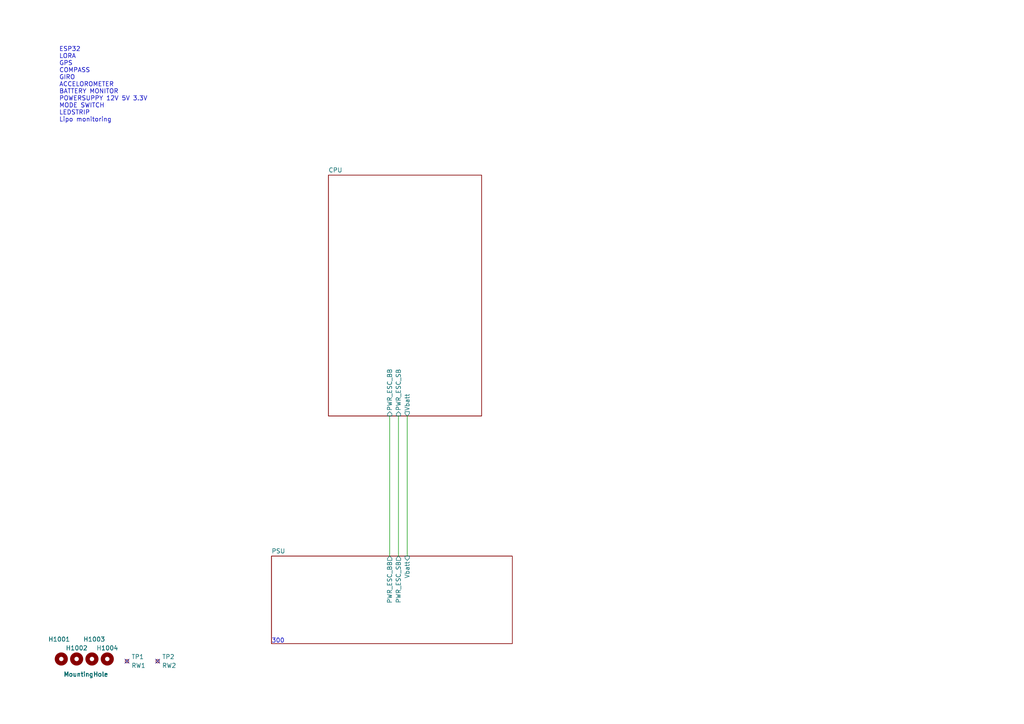
<source format=kicad_sch>
(kicad_sch (version 20231120) (generator "eeschema") (generator_version "8.0")
  (paper "A4")
  (title_block (title "NicE Buoy") (date "2023-06-20") (rev "1.1") (company "NicE Engineering"))
  (lib_symbols
    (symbol "Connector:TestPoint_Small" (pin_numbers hide) (pin_names (offset 0.762) hide)
      (property "Reference" "TP" (at 0 3.81 0))
      (property "Value" "TestPoint_Small" (at 0 2.032 0))
      (symbol "TestPoint_Small_0_1"
        (circle (center 0 0) (radius 0.508))
      )
      (symbol "TestPoint_Small_1_1"
        (pin passive line (at 0 0 90) (length 0) (name "1") (number "1"))
      )
    )
    (symbol "Mechanical:MountingHole" (pin_names (offset 1.016))
      (property "Reference" "H" (at 0 5.08 0))
      (property "Value" "MountingHole" (at 0 3.175 0))
      (symbol "MountingHole_0_1"
        (circle (center 0 0) (radius 1.27) (stroke (width 1.27)))
      )
    )
  )
  (no_connect (at 36.83 191.77))
  (no_connect (at 45.72 191.77))
  (wire (pts (xy 115.57 120.65) (xy 115.57 161.29)))
  (wire (pts (xy 113.03 120.65) (xy 113.03 161.29)))
  (wire (pts (xy 118.11 120.65) (xy 118.11 161.29)))
  (text "300" (at 78.74 186.69 0) (effects (font (size 1.27 1.27)) (justify left bottom)))
  (text "ESP32\nLORA\nGPS\nCOMPASS\nGIRO\nACCELOROMETER\nBATTERY MONITOR\nPOWERSUPPY 12V 5V 3.3V\nMODE SWITCH\nLEDSTRIP\nLipo monitoring\n" (at 17.145 35.56 0) (effects (font (size 1.27 1.27)) (justify left bottom)))
  (symbol (lib_id "Connector:TestPoint_Small") (at 45.72 191.77 0) (unit 1) (in_bom no)
    (property "Reference" "TP2" (at 46.99 190.5 0) (effects (justify left)))
    (property "Value" "RW2" (at 46.99 193.04 0) (effects (justify left)))
    (property "Footprint" "A_Misc:ReworkPins" (effects (hide yes)))
  )
  (symbol (lib_id "Mechanical:MountingHole") (at 31.115 191.135 0) (unit 1) (in_bom no)
    (property "Reference" "H1004" (at 27.94 187.96 0) (effects (justify left)))
    (property "Value" "MountingHole" (at 18.415 195.58 0) (effects (justify left)))
    (property "Footprint" "A_Mechanical:NPTH_M3" (effects (hide yes)))
  )
  (symbol (lib_id "Mechanical:MountingHole") (at 26.67 191.135 0) (unit 1) (in_bom no)
    (property "Reference" "H1003" (at 24.13 185.42 0) (effects (justify left)))
    (property "Value" "MountingHole" (at 18.415 195.58 0) (effects (justify left)))
    (property "Footprint" "A_Mechanical:NPTH_M3" (effects (hide yes)))
  )
  (symbol (lib_id "Connector:TestPoint_Small") (at 36.83 191.77 0) (unit 1) (in_bom no)
    (property "Reference" "TP1" (at 38.1 190.5 0) (effects (justify left)))
    (property "Value" "RW1" (at 38.1 193.04 0) (effects (justify left)))
    (property "Footprint" "A_Misc:ReworkPins" (effects (hide yes)))
  )
  (symbol (lib_id "Mechanical:MountingHole") (at 22.225 191.135 0) (unit 1) (in_bom no)
    (property "Reference" "H1002" (at 19.05 187.96 0) (effects (justify left)))
    (property "Value" "MountingHole" (at 18.415 195.58 0) (effects (justify left)))
    (property "Footprint" "A_Mechanical:NPTH_M3" (effects (hide yes)))
  )
  (symbol (lib_id "Mechanical:MountingHole") (at 17.78 191.135 0) (unit 1) (in_bom no)
    (property "Reference" "H1001" (at 13.97 185.42 0) (effects (justify left)))
    (property "Value" "MountingHole" (at 18.415 195.58 0) (effects (justify left)))
    (property "Footprint" "A_Mechanical:NPTH_M3" (effects (hide yes)))
  )
  (sheet (at 95.25 50.8) (size 44.45 69.85) (stroke (width 0.1524))
    (property "Sheetname" "CPU" (at 95.25 50.0884 0) (effects (justify left bottom)))
    (property "Sheetfile" "CPU_sch.kicad_sch" (effects (hide yes)))
    (pin "PWR_ESC_BB" input (at 113.03 120.65 270))
    (pin "PWR_ESC_SB" input (at 115.57 120.65 270))
    (pin "Vbatt" output (at 118.11 120.65 270))
  )
  (sheet (at 78.74 161.29) (size 69.85 25.4) (stroke (width 0.1524))
    (property "Sheetname" "PSU" (at 78.74 160.5784 0) (effects (justify left bottom)))
    (property "Sheetfile" "PSU_sch.kicad_sch" (effects (hide yes)))
    (pin "PWR_ESC_SB" output (at 115.57 161.29 90))
    (pin "PWR_ESC_BB" output (at 113.03 161.29 90))
    (pin "Vbatt" input (at 118.11 161.29 90))
  )
)
</source>
